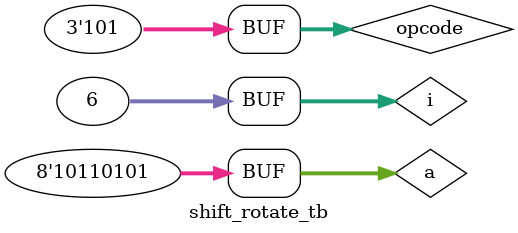
<source format=v>
`timescale 1ns / 1ps


// 
////////////////////////////////////////////////////////////////////////////////

module shift_rotate_tb;

	// Inputs
	reg [7:0] a;
	reg [2:0] opcode;

	// Outputs
	wire [7:0] result;
	integer i;

	// Instantiate the Unit Under Test (UUT)
	shift_rotate uut (
		.a(a), 
		.opcode(opcode), 
		.result(result)
	);

	initial begin
	a=8'b10110101;
	opcode = 000;
		
	end
	
	initial
	begin
	for(i=0;i<6;i=i+1)
	begin
	opcode=i;
	#10;
	end
	end
	
	initial
	$monitor(" A=%b | Opcode=%b | Result =%b ",a,opcode,result);
      
endmodule

</source>
